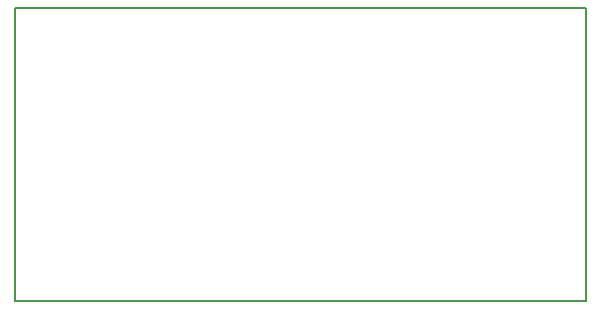
<source format=gbr>
G04 DipTrace 3.1.0.1*
G04 BoardOutline.gbr*
%MOIN*%
G04 #@! TF.FileFunction,Profile*
G04 #@! TF.Part,Single*
%ADD11C,0.005512*%
%FSLAX26Y26*%
G04*
G70*
G90*
G75*
G01*
G04 BoardOutline*
%LPD*%
X394016Y1370690D2*
D11*
X2296312D1*
Y394016D1*
X394016D1*
Y1370690D1*
M02*

</source>
